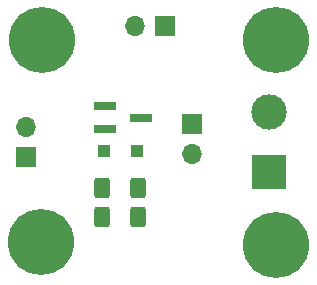
<source format=gts>
G04 #@! TF.GenerationSoftware,KiCad,Pcbnew,(6.0.5)*
G04 #@! TF.CreationDate,2022-07-15T19:10:50+01:00*
G04 #@! TF.ProjectId,PWM-TRANSISTOR-PCB,50574d2d-5452-4414-9e53-4953544f522d,rev?*
G04 #@! TF.SameCoordinates,Original*
G04 #@! TF.FileFunction,Soldermask,Top*
G04 #@! TF.FilePolarity,Negative*
%FSLAX46Y46*%
G04 Gerber Fmt 4.6, Leading zero omitted, Abs format (unit mm)*
G04 Created by KiCad (PCBNEW (6.0.5)) date 2022-07-15 19:10:50*
%MOMM*%
%LPD*%
G01*
G04 APERTURE LIST*
G04 Aperture macros list*
%AMRoundRect*
0 Rectangle with rounded corners*
0 $1 Rounding radius*
0 $2 $3 $4 $5 $6 $7 $8 $9 X,Y pos of 4 corners*
0 Add a 4 corners polygon primitive as box body*
4,1,4,$2,$3,$4,$5,$6,$7,$8,$9,$2,$3,0*
0 Add four circle primitives for the rounded corners*
1,1,$1+$1,$2,$3*
1,1,$1+$1,$4,$5*
1,1,$1+$1,$6,$7*
1,1,$1+$1,$8,$9*
0 Add four rect primitives between the rounded corners*
20,1,$1+$1,$2,$3,$4,$5,0*
20,1,$1+$1,$4,$5,$6,$7,0*
20,1,$1+$1,$6,$7,$8,$9,0*
20,1,$1+$1,$8,$9,$2,$3,0*%
G04 Aperture macros list end*
%ADD10R,1.900000X0.800000*%
%ADD11O,1.700000X1.700000*%
%ADD12R,1.700000X1.700000*%
%ADD13C,3.000000*%
%ADD14R,3.000000X3.000000*%
%ADD15RoundRect,0.250000X-0.400000X-0.625000X0.400000X-0.625000X0.400000X0.625000X-0.400000X0.625000X0*%
%ADD16RoundRect,0.250000X0.400000X0.625000X-0.400000X0.625000X-0.400000X-0.625000X0.400000X-0.625000X0*%
%ADD17C,5.600000*%
%ADD18R,1.100000X1.100000*%
G04 APERTURE END LIST*
D10*
G04 #@! TO.C,Q1*
X116244500Y-118364000D03*
X113244500Y-119314000D03*
X113244500Y-117414000D03*
G04 #@! TD*
D11*
G04 #@! TO.C,J4*
X115760500Y-110617000D03*
D12*
X118300500Y-110617000D03*
G04 #@! TD*
D11*
G04 #@! TO.C,J3*
X106489500Y-119189500D03*
D12*
X106489500Y-121729500D03*
G04 #@! TD*
D13*
G04 #@! TO.C,J2*
X127063500Y-117919500D03*
D14*
X127063500Y-122999500D03*
G04 #@! TD*
D15*
G04 #@! TO.C,R2*
X116040500Y-126746000D03*
X112940500Y-126746000D03*
G04 #@! TD*
D16*
G04 #@! TO.C,R1*
X112940500Y-124333000D03*
X116040500Y-124333000D03*
G04 #@! TD*
D11*
G04 #@! TO.C,J1*
X120586500Y-121412000D03*
D12*
X120586500Y-118872000D03*
G04 #@! TD*
D17*
G04 #@! TO.C,H4*
X107759500Y-128905000D03*
G04 #@! TD*
G04 #@! TO.C,H3*
X127698500Y-129159000D03*
G04 #@! TD*
G04 #@! TO.C,H2*
X107886500Y-111760000D03*
G04 #@! TD*
G04 #@! TO.C,H1*
X127698500Y-111760000D03*
G04 #@! TD*
D18*
G04 #@! TO.C,D1*
X115890500Y-121158000D03*
X113090500Y-121158000D03*
G04 #@! TD*
M02*

</source>
